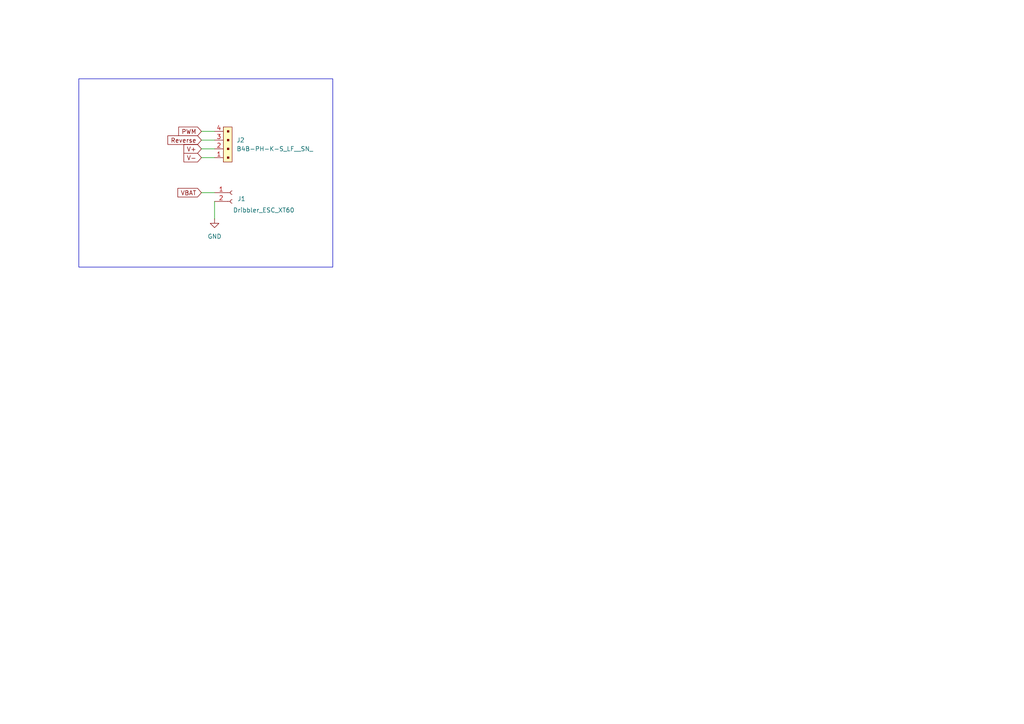
<source format=kicad_sch>
(kicad_sch (version 20231120) (generator "eeschema") (generator_version "8.0")
  (paper "A4")
  (lib_symbols
    (symbol "Connector:Conn_01x02_Socket" (pin_names (offset 1.016) hide)
      (property "Reference" "J" (at 0 2.54 0))
      (property "Value" "Conn_01x02_Socket" (at 0 -5.08 0))
      (symbol "Conn_01x02_Socket_1_1"
        (arc (start 0 -2.032) (mid -0.5058 -2.54) (end 0 -3.048) (stroke (width 0.1524)))
        (polyline (pts (xy -1.27 -2.54) (xy -0.508 -2.54)) (stroke (width 0.1524)))
        (polyline (pts (xy -1.27 0) (xy -0.508 0)) (stroke (width 0.1524)))
        (arc (start 0 0.508) (mid -0.5058 0) (end 0 -0.508) (stroke (width 0.1524)))
        (pin passive line (at -5.08 0 0) (length 3.81) (name "Pin_1") (number "1"))
        (pin passive line (at -5.08 -2.54 0) (length 3.81) (name "Pin_2") (number "2"))
      )
    )
    (symbol "dk_Rectangular-Connectors-Headers-Male-Pins:B4B-PH-K-S_LF__SN_" (pin_names (offset 1.016))
      (property "Reference" "J" (at -2.54 -1.27 0))
      (property "Value" "B4B-PH-K-S_LF__SN_" (at 3.81 -3.81 0))
      (symbol "B4B-PH-K-S_LF__SN__1_1"
        (rectangle (start -1.27 0) (end 8.89 -2.54) (fill (type background)))
        (rectangle (start -0.254 -1.143) (end 0.254 -1.651) (fill (type outline)))
        (rectangle (start 2.286 -1.143) (end 2.794 -1.651) (fill (type outline)))
        (rectangle (start 4.826 -1.143) (end 5.334 -1.651) (fill (type outline)))
        (rectangle (start 7.366 -1.143) (end 7.874 -1.651) (fill (type outline)))
        (pin passive line (at 0 2.54 270) (length 2.54) (name "~") (number "1"))
        (pin passive line (at 2.54 2.54 270) (length 2.54) (name "~") (number "2"))
        (pin passive line (at 5.08 2.54 270) (length 2.54) (name "~") (number "3"))
        (pin passive line (at 7.62 2.54 270) (length 2.54) (name "~") (number "4"))
      )
    )
    (symbol "power:GND" (power) (pin_numbers hide) (pin_names (offset 0) hide)
      (property "Value" "GND" (at 0 -3.81 0))
      (symbol "GND_0_1"
        (polyline (pts (xy 0 0) (xy 0 -1.27) (xy 1.27 -1.27) (xy 0 -2.54) (xy -1.27 -1.27) (xy 0 -1.27)))
      )
      (symbol "GND_1_1"
        (pin power_in line (at 0 0 270) (length 0) (name "~") (number "1"))
      )
    )
  )
  (wire (pts (xy 58.42 45.72) (xy 62.23 45.72)))
  (wire (pts (xy 58.42 55.88) (xy 62.23 55.88)))
  (wire (pts (xy 62.23 58.42) (xy 62.23 63.5)))
  (wire (pts (xy 58.42 38.1) (xy 62.23 38.1)))
  (wire (pts (xy 58.42 40.64) (xy 62.23 40.64)))
  (wire (pts (xy 58.42 43.18) (xy 62.23 43.18)))
  (rectangle (start 22.86 22.86) (end 96.52 77.47))
  (global_label "PWM" (shape input) (at 58.42 38.1 180) (property "Intersheetrefs" "${INTERSHEET_REFS}" (effects (hide yes))))
  (global_label "V-" (shape input) (at 58.42 45.72 180) (property "Intersheetrefs" "${INTERSHEET_REFS}" (effects (hide yes))))
  (global_label "V+" (shape input) (at 58.42 43.18 180) (property "Intersheetrefs" "${INTERSHEET_REFS}" (effects (hide yes))))
  (global_label "VBAT" (shape input) (at 58.42 55.88 180) (property "Intersheetrefs" "${INTERSHEET_REFS}" (effects (hide yes))))
  (global_label "Reverse" (shape input) (at 58.42 40.64 180) (property "Intersheetrefs" "${INTERSHEET_REFS}" (effects (hide yes))))
  (symbol (lib_id "power:GND") (at 62.23 63.5 0) (unit 1)
    (property "Reference" "#PWR01" (effects (hide yes)))
    (property "Value" "GND" (at 62.23 68.58 0))
    (property "Description" "Power symbol creates a global label with name \"GND\" , ground" (effects (hide yes)))
  )
  (symbol (lib_id "Connector:Conn_01x02_Socket") (at 67.31 55.88 0) (unit 1)
    (property "Reference" "J1" (at 68.834 57.658 0) (effects (justify left)))
    (property "Value" "Dribbler_ESC_XT60" (at 67.564 60.96 0) (effects (justify left)))
    (property "Footprint" "Connector_AMASS:AMASS_XT60PW-F_1x02_P7.20mm_Horizontal" (effects (hide yes)))
    (property "Description" "Generic connector, single row, 01x02, script generated" (effects (hide yes)))
  )
  (symbol (lib_id "dk_Rectangular-Connectors-Headers-Male-Pins:B4B-PH-K-S_LF__SN_") (at 64.77 45.72 90) (unit 1)
    (property "Reference" "J2" (at 68.58 40.6399 90) (effects (justify right)))
    (property "Value" "B4B-PH-K-S_LF__SN_" (at 68.58 43.1799 90) (effects (justify right)))
    (property "Footprint" "digikey-footprints:PinHeader_1x4_P2mm_Drill1mm" (effects (hide yes)))
    (property "Datasheet" "http://www.jst-mfg.com/product/pdf/eng/ePH.pdf" (effects (hide yes)))
    (property "Description" "CONN HEADER VERT 4POS 2MM" (effects (hide yes)))
    (property "Digi-Key_PN" "455-1706-ND" (effects (hide yes)))
    (property "MPN" "B4B-PH-K-S(LF)(SN)" (effects (hide yes)))
    (property "Category" "Connectors, Interconnects" (effects (hide yes)))
    (property "Family" "Rectangular Connectors - Headers, Male Pins" (effects (hide yes)))
    (property "DK_Datasheet_Link" "http://www.jst-mfg.com/product/pdf/eng/ePH.pdf" (effects (hide yes)))
    (property "DK_Detail_Page" "/product-detail/en/jst-sales-america-inc/B4B-PH-K-S(LF)(SN)/455-1706-ND/926613" (effects (hide yes)))
    (property "Description_1" "CONN HEADER VERT 4POS 2MM" (effects (hide yes)))
    (property "Manufacturer" "JST Sales America Inc." (effects (hide yes)))
    (property "Status" "Active" (effects (hide yes)))
  )
)
</source>
